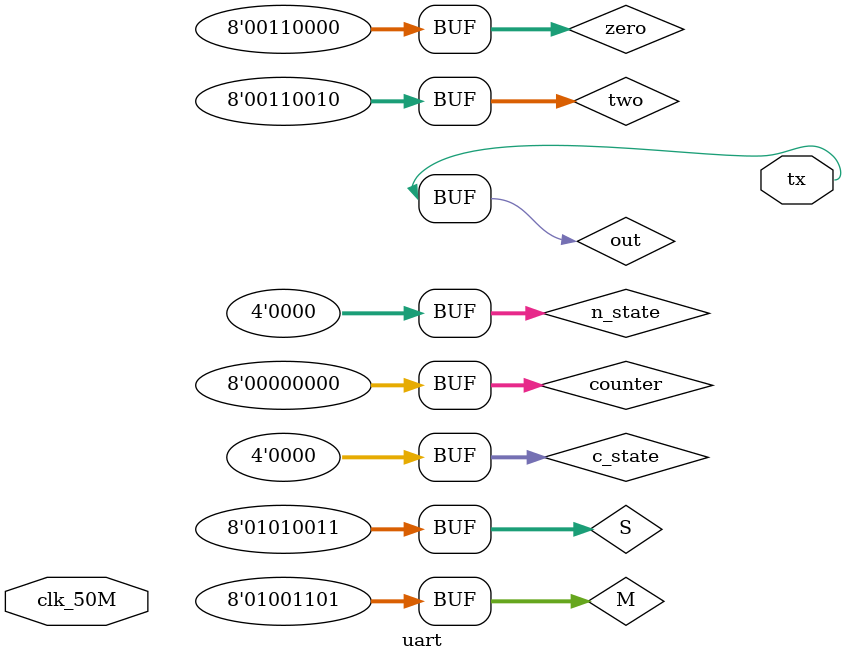
<source format=v>
/*
Instructions
-------------------
Students are not allowed to make any changes in the Module declaration.
This file is used to design UART Transmitter.

Recommended Quartus Version : 19.1
The submitted project file must be 19.1 compatible as the evaluation will be done on Quartus Prime Lite 19.1.

Warning: The error due to compatibility will not be entertained.
-------------------
*/

//UART Transmitter design
//Input   : clk_50M : 50 MHz clock
//Output  : tx : UART transmit output

//////////////////DO NOT MAKE ANY CHANGES IN MODULE//////////////////
module uart(
	input clk_50M,	//50 MHz clock
	output tx		//UART transmit output
);
////////////////////////WRITE YOUR CODE FROM HERE////////////////////

wire clk;
clock clk1(clk_50M, clk);



parameter  idle=4'b0000, 
  start=4'b0001,
  
  d1  =4'b0010,
  d2 = 4'b0011,
  d3 = 4'b0100,
  d4 = 4'b0101,
  d5 = 4'b0110,
  d6 = 4'b0111,
  d7 = 4'b1000,
  d8 = 4'b1001;
    
parameter s1 = 4'b1010, s2 = 4'b1011;
reg [3:0] c_state = 0, n_state = 0; 
 // to store a copy of input data

reg out;

assign tx = out;

reg [7:0] S = 8'b01010011;
reg [7:0] M = 8'b01001101;
reg [7:0] zero = 8'b00110000;
reg [7:0] two = 8'b00110010;

reg [7:0] counter = 0;

reg [7:0] count = 0;

always @(posedge clk)
begin

 c_state <= n_state; // otherwise, next state
end 

always @(c_state)
begin
	case (c_state)
		default : begin
		c_state <=idle;
		n_state <= idle;
		end
		
		idle : begin
		out <= 1;
		if (count < 4) begin
		n_state <= start; end
		end
		
		start: begin
		if (count < 4 ) begin
		out <= 0; 
		n_state <= d1; end
		
		end
		
		d1 : begin
		if (count == 0) begin out <= S[0]; end
	   if (count == 1) begin out <= M[0]; end
		if (count == 2) begin out <= zero[0]; end
		if (count == 3) begin out <= two[0]; end	
		
		 n_state <= d2;
      end
		
		d2 : begin
		 if (count == 0) begin out <= S[1]; end
	   if (count == 1) begin out <= M[1]; end
		if (count == 2) begin out <= zero[1]; end
		if (count == 3) begin out <= two[1]; end	
		 n_state <= d3;
      end
		
		d3 : begin
		 if (count == 0) begin out <= S[2]; end
	   if (count == 1) begin out <= M[2]; end
		if (count == 2) begin out <= zero[2]; end
		if (count == 3) begin out <= two[2]; end	
		 n_state <= d4;
      end
		
		d4 : begin
		 if (count == 0) begin out <= S[3]; end
	   if (count == 1) begin out <= M[3]; end
		if (count == 2) begin out <= zero[3]; end
		if (count == 3) begin out <= two[3]; end	
		 n_state <= d5;
      end
		
		d5 : begin
		 if (count == 0) begin out <= S[4]; end
	   if (count == 1) begin out <= M[4]; end
		if (count == 2) begin out <= zero[4]; end
		if (count == 3) begin out <= two[4]; end	
		 n_state <= d6;
      end
		
		d6 : begin
		 if (count == 0) begin out <= S[5]; end
	   if (count == 1) begin out <= M[5]; end
		if (count == 2) begin out <= zero[5]; end
		if (count == 3) begin out <= two[5]; end	
		 n_state <= d7;
      end
		
		d7 : begin
		 if (count == 0) begin out <= S[6]; end
	   if (count == 1) begin out <= M[6]; end
		if (count == 2) begin out <= zero[6]; end
		if (count == 3) begin out <= two[6]; end	
		 n_state <= d8;
      end
		
		d8 : begin
		 if (count == 0) begin out <= S[7]; end
	   if (count == 1) begin out <= M[7]; end
		if (count == 2) begin out <= zero[7]; end
		if (count == 3) begin out <= two[7]; end	
		 n_state <= s1;
      end
		
		s1: begin
		out <= 1;
		n_state <= s2;
		
		end
		
		s2: begin
		out <= 1;
		
		if(count < 4) begin
		count <= count + 1;
		n_state <= start;
		end
		if(count == 4) begin
		n_state <= idle;
		end
		end
		
	endcase
	
	
end





////////////////////////YOUR CODE ENDS HERE//////////////////////////
endmodule
///////////////////////////////MODULE ENDS///////////////////////////
</source>
